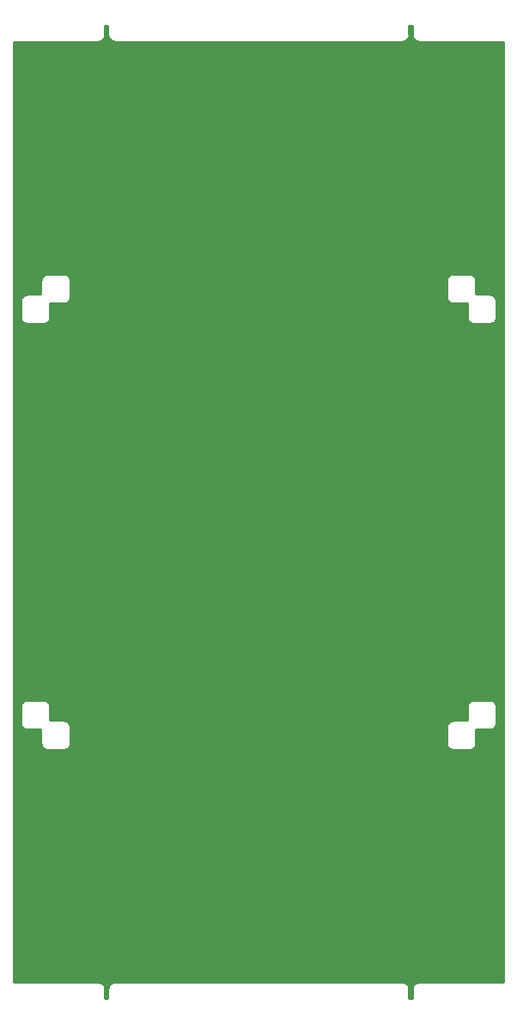
<source format=gbr>
%TF.GenerationSoftware,KiCad,Pcbnew,(5.1.6)-1*%
%TF.CreationDate,2020-10-07T20:36:40+01:00*%
%TF.ProjectId,nyantern,6e79616e-7465-4726-9e2e-6b696361645f,rev?*%
%TF.SameCoordinates,Original*%
%TF.FileFunction,Copper,L1,Top*%
%TF.FilePolarity,Positive*%
%FSLAX46Y46*%
G04 Gerber Fmt 4.6, Leading zero omitted, Abs format (unit mm)*
G04 Created by KiCad (PCBNEW (5.1.6)-1) date 2020-10-07 20:36:40*
%MOMM*%
%LPD*%
G01*
G04 APERTURE LIST*
%TA.AperFunction,NonConductor*%
%ADD10C,0.254000*%
%TD*%
G04 APERTURE END LIST*
D10*
G36*
X135140000Y-52967580D02*
G01*
X135136807Y-53000000D01*
X135149550Y-53129383D01*
X135187290Y-53253793D01*
X135248575Y-53368450D01*
X135331052Y-53468948D01*
X135431550Y-53551425D01*
X135546207Y-53612710D01*
X135670617Y-53650450D01*
X135800000Y-53663193D01*
X135832419Y-53660000D01*
X164167581Y-53660000D01*
X164200000Y-53663193D01*
X164232419Y-53660000D01*
X164329383Y-53650450D01*
X164453793Y-53612710D01*
X164568450Y-53551425D01*
X164668948Y-53468948D01*
X164751425Y-53368450D01*
X164812710Y-53253793D01*
X164850450Y-53129383D01*
X164863193Y-53000000D01*
X164860000Y-52967581D01*
X164860000Y-52060000D01*
X165140000Y-52060000D01*
X165140001Y-52967571D01*
X165136807Y-53000000D01*
X165149550Y-53129383D01*
X165187290Y-53253793D01*
X165248575Y-53368450D01*
X165331052Y-53468948D01*
X165431550Y-53551425D01*
X165546207Y-53612710D01*
X165670617Y-53650450D01*
X165767581Y-53660000D01*
X165800000Y-53663193D01*
X165832419Y-53660000D01*
X174140000Y-53660000D01*
X174140001Y-146340000D01*
X165832419Y-146340000D01*
X165800000Y-146336807D01*
X165767581Y-146340000D01*
X165670617Y-146349550D01*
X165546207Y-146387290D01*
X165431550Y-146448575D01*
X165331052Y-146531052D01*
X165248575Y-146631550D01*
X165187290Y-146746207D01*
X165149550Y-146870617D01*
X165136807Y-147000000D01*
X165140000Y-147032418D01*
X165140001Y-147940000D01*
X164860000Y-147940000D01*
X164860000Y-147032418D01*
X164863193Y-147000000D01*
X164850450Y-146870617D01*
X164812710Y-146746207D01*
X164751425Y-146631550D01*
X164668948Y-146531052D01*
X164568450Y-146448575D01*
X164453793Y-146387290D01*
X164329383Y-146349550D01*
X164232419Y-146340000D01*
X164200000Y-146336807D01*
X164167581Y-146340000D01*
X135832419Y-146340000D01*
X135800000Y-146336807D01*
X135767581Y-146340000D01*
X135670617Y-146349550D01*
X135546207Y-146387290D01*
X135431550Y-146448575D01*
X135331052Y-146531052D01*
X135248575Y-146631550D01*
X135187290Y-146746207D01*
X135149550Y-146870617D01*
X135136807Y-147000000D01*
X135140001Y-147032429D01*
X135140000Y-147940000D01*
X134860000Y-147940000D01*
X134860000Y-147032418D01*
X134863193Y-147000000D01*
X134850450Y-146870617D01*
X134812710Y-146746207D01*
X134751425Y-146631550D01*
X134668948Y-146531052D01*
X134568450Y-146448575D01*
X134453793Y-146387290D01*
X134329383Y-146349550D01*
X134232419Y-146340000D01*
X134200000Y-146336807D01*
X134167581Y-146340000D01*
X125860000Y-146340000D01*
X125860000Y-119200000D01*
X126536807Y-119200000D01*
X126540000Y-119232420D01*
X126540001Y-120767571D01*
X126536807Y-120800000D01*
X126549550Y-120929383D01*
X126587290Y-121053793D01*
X126648575Y-121168450D01*
X126731052Y-121268948D01*
X126831550Y-121351425D01*
X126946207Y-121412710D01*
X127070617Y-121450450D01*
X127167581Y-121460000D01*
X127200000Y-121463193D01*
X127232419Y-121460000D01*
X128540000Y-121460000D01*
X128540001Y-122767571D01*
X128536807Y-122800000D01*
X128549550Y-122929383D01*
X128587290Y-123053793D01*
X128648575Y-123168450D01*
X128731052Y-123268948D01*
X128831550Y-123351425D01*
X128946207Y-123412710D01*
X129070617Y-123450450D01*
X129167581Y-123460000D01*
X129200000Y-123463193D01*
X129232419Y-123460000D01*
X130767581Y-123460000D01*
X130800000Y-123463193D01*
X130832419Y-123460000D01*
X130929383Y-123450450D01*
X131053793Y-123412710D01*
X131168450Y-123351425D01*
X131268948Y-123268948D01*
X131351425Y-123168450D01*
X131412710Y-123053793D01*
X131450450Y-122929383D01*
X131463193Y-122800000D01*
X131460000Y-122767581D01*
X131460000Y-121232419D01*
X131463193Y-121200000D01*
X168536807Y-121200000D01*
X168540000Y-121232420D01*
X168540001Y-122767571D01*
X168536807Y-122800000D01*
X168549550Y-122929383D01*
X168587290Y-123053793D01*
X168648575Y-123168450D01*
X168731052Y-123268948D01*
X168831550Y-123351425D01*
X168946207Y-123412710D01*
X169070617Y-123450450D01*
X169167581Y-123460000D01*
X169200000Y-123463193D01*
X169232419Y-123460000D01*
X170767581Y-123460000D01*
X170800000Y-123463193D01*
X170832419Y-123460000D01*
X170929383Y-123450450D01*
X171053793Y-123412710D01*
X171168450Y-123351425D01*
X171268948Y-123268948D01*
X171351425Y-123168450D01*
X171412710Y-123053793D01*
X171450450Y-122929383D01*
X171463193Y-122800000D01*
X171460000Y-122767581D01*
X171460000Y-121460000D01*
X172767581Y-121460000D01*
X172800000Y-121463193D01*
X172832419Y-121460000D01*
X172929383Y-121450450D01*
X173053793Y-121412710D01*
X173168450Y-121351425D01*
X173268948Y-121268948D01*
X173351425Y-121168450D01*
X173412710Y-121053793D01*
X173450450Y-120929383D01*
X173463193Y-120800000D01*
X173460000Y-120767581D01*
X173460000Y-119232419D01*
X173463193Y-119200000D01*
X173450450Y-119070617D01*
X173412710Y-118946207D01*
X173351425Y-118831550D01*
X173268948Y-118731052D01*
X173168450Y-118648575D01*
X173053793Y-118587290D01*
X172929383Y-118549550D01*
X172832419Y-118540000D01*
X172800000Y-118536807D01*
X172767581Y-118540000D01*
X171232419Y-118540000D01*
X171200000Y-118536807D01*
X171167581Y-118540000D01*
X171070617Y-118549550D01*
X170946207Y-118587290D01*
X170831550Y-118648575D01*
X170731052Y-118731052D01*
X170648575Y-118831550D01*
X170587290Y-118946207D01*
X170549550Y-119070617D01*
X170536807Y-119200000D01*
X170540000Y-119232420D01*
X170540001Y-120540000D01*
X169232419Y-120540000D01*
X169200000Y-120536807D01*
X169167581Y-120540000D01*
X169070617Y-120549550D01*
X168946207Y-120587290D01*
X168831550Y-120648575D01*
X168731052Y-120731052D01*
X168648575Y-120831550D01*
X168587290Y-120946207D01*
X168549550Y-121070617D01*
X168536807Y-121200000D01*
X131463193Y-121200000D01*
X131450450Y-121070617D01*
X131412710Y-120946207D01*
X131351425Y-120831550D01*
X131268948Y-120731052D01*
X131168450Y-120648575D01*
X131053793Y-120587290D01*
X130929383Y-120549550D01*
X130832419Y-120540000D01*
X130800000Y-120536807D01*
X130767581Y-120540000D01*
X129460000Y-120540000D01*
X129460000Y-119232419D01*
X129463193Y-119200000D01*
X129450450Y-119070617D01*
X129412710Y-118946207D01*
X129351425Y-118831550D01*
X129268948Y-118731052D01*
X129168450Y-118648575D01*
X129053793Y-118587290D01*
X128929383Y-118549550D01*
X128832419Y-118540000D01*
X128800000Y-118536807D01*
X128767581Y-118540000D01*
X127232419Y-118540000D01*
X127200000Y-118536807D01*
X127167581Y-118540000D01*
X127070617Y-118549550D01*
X126946207Y-118587290D01*
X126831550Y-118648575D01*
X126731052Y-118731052D01*
X126648575Y-118831550D01*
X126587290Y-118946207D01*
X126549550Y-119070617D01*
X126536807Y-119200000D01*
X125860000Y-119200000D01*
X125860000Y-79200000D01*
X126536807Y-79200000D01*
X126540000Y-79232420D01*
X126540001Y-80767571D01*
X126536807Y-80800000D01*
X126549550Y-80929383D01*
X126587290Y-81053793D01*
X126648575Y-81168450D01*
X126731052Y-81268948D01*
X126831550Y-81351425D01*
X126946207Y-81412710D01*
X127070617Y-81450450D01*
X127167581Y-81460000D01*
X127200000Y-81463193D01*
X127232419Y-81460000D01*
X128767581Y-81460000D01*
X128800000Y-81463193D01*
X128832419Y-81460000D01*
X128929383Y-81450450D01*
X129053793Y-81412710D01*
X129168450Y-81351425D01*
X129268948Y-81268948D01*
X129351425Y-81168450D01*
X129412710Y-81053793D01*
X129450450Y-80929383D01*
X129463193Y-80800000D01*
X129460000Y-80767581D01*
X129460000Y-79460000D01*
X130767581Y-79460000D01*
X130800000Y-79463193D01*
X130832419Y-79460000D01*
X130929383Y-79450450D01*
X131053793Y-79412710D01*
X131168450Y-79351425D01*
X131268948Y-79268948D01*
X131351425Y-79168450D01*
X131412710Y-79053793D01*
X131450450Y-78929383D01*
X131463193Y-78800000D01*
X131460000Y-78767581D01*
X131460000Y-77232419D01*
X131463193Y-77200000D01*
X168536807Y-77200000D01*
X168540000Y-77232420D01*
X168540001Y-78767571D01*
X168536807Y-78800000D01*
X168549550Y-78929383D01*
X168587290Y-79053793D01*
X168648575Y-79168450D01*
X168731052Y-79268948D01*
X168831550Y-79351425D01*
X168946207Y-79412710D01*
X169070617Y-79450450D01*
X169167581Y-79460000D01*
X169200000Y-79463193D01*
X169232419Y-79460000D01*
X170540000Y-79460000D01*
X170540001Y-80767571D01*
X170536807Y-80800000D01*
X170549550Y-80929383D01*
X170587290Y-81053793D01*
X170648575Y-81168450D01*
X170731052Y-81268948D01*
X170831550Y-81351425D01*
X170946207Y-81412710D01*
X171070617Y-81450450D01*
X171167581Y-81460000D01*
X171200000Y-81463193D01*
X171232419Y-81460000D01*
X172767581Y-81460000D01*
X172800000Y-81463193D01*
X172832419Y-81460000D01*
X172929383Y-81450450D01*
X173053793Y-81412710D01*
X173168450Y-81351425D01*
X173268948Y-81268948D01*
X173351425Y-81168450D01*
X173412710Y-81053793D01*
X173450450Y-80929383D01*
X173463193Y-80800000D01*
X173460000Y-80767581D01*
X173460000Y-79232419D01*
X173463193Y-79200000D01*
X173450450Y-79070617D01*
X173412710Y-78946207D01*
X173351425Y-78831550D01*
X173268948Y-78731052D01*
X173168450Y-78648575D01*
X173053793Y-78587290D01*
X172929383Y-78549550D01*
X172832419Y-78540000D01*
X172800000Y-78536807D01*
X172767581Y-78540000D01*
X171460000Y-78540000D01*
X171460000Y-77232419D01*
X171463193Y-77200000D01*
X171450450Y-77070617D01*
X171412710Y-76946207D01*
X171351425Y-76831550D01*
X171268948Y-76731052D01*
X171168450Y-76648575D01*
X171053793Y-76587290D01*
X170929383Y-76549550D01*
X170832419Y-76540000D01*
X170800000Y-76536807D01*
X170767581Y-76540000D01*
X169232419Y-76540000D01*
X169200000Y-76536807D01*
X169167581Y-76540000D01*
X169070617Y-76549550D01*
X168946207Y-76587290D01*
X168831550Y-76648575D01*
X168731052Y-76731052D01*
X168648575Y-76831550D01*
X168587290Y-76946207D01*
X168549550Y-77070617D01*
X168536807Y-77200000D01*
X131463193Y-77200000D01*
X131450450Y-77070617D01*
X131412710Y-76946207D01*
X131351425Y-76831550D01*
X131268948Y-76731052D01*
X131168450Y-76648575D01*
X131053793Y-76587290D01*
X130929383Y-76549550D01*
X130832419Y-76540000D01*
X130800000Y-76536807D01*
X130767581Y-76540000D01*
X129232419Y-76540000D01*
X129200000Y-76536807D01*
X129167581Y-76540000D01*
X129070617Y-76549550D01*
X128946207Y-76587290D01*
X128831550Y-76648575D01*
X128731052Y-76731052D01*
X128648575Y-76831550D01*
X128587290Y-76946207D01*
X128549550Y-77070617D01*
X128536807Y-77200000D01*
X128540000Y-77232420D01*
X128540001Y-78540000D01*
X127232419Y-78540000D01*
X127200000Y-78536807D01*
X127167581Y-78540000D01*
X127070617Y-78549550D01*
X126946207Y-78587290D01*
X126831550Y-78648575D01*
X126731052Y-78731052D01*
X126648575Y-78831550D01*
X126587290Y-78946207D01*
X126549550Y-79070617D01*
X126536807Y-79200000D01*
X125860000Y-79200000D01*
X125860000Y-53660000D01*
X134167581Y-53660000D01*
X134200000Y-53663193D01*
X134232419Y-53660000D01*
X134329383Y-53650450D01*
X134453793Y-53612710D01*
X134568450Y-53551425D01*
X134668948Y-53468948D01*
X134751425Y-53368450D01*
X134812710Y-53253793D01*
X134850450Y-53129383D01*
X134863193Y-53000000D01*
X134860000Y-52967581D01*
X134860000Y-52060000D01*
X135140001Y-52060000D01*
X135140000Y-52967580D01*
G37*
X135140000Y-52967580D02*
X135136807Y-53000000D01*
X135149550Y-53129383D01*
X135187290Y-53253793D01*
X135248575Y-53368450D01*
X135331052Y-53468948D01*
X135431550Y-53551425D01*
X135546207Y-53612710D01*
X135670617Y-53650450D01*
X135800000Y-53663193D01*
X135832419Y-53660000D01*
X164167581Y-53660000D01*
X164200000Y-53663193D01*
X164232419Y-53660000D01*
X164329383Y-53650450D01*
X164453793Y-53612710D01*
X164568450Y-53551425D01*
X164668948Y-53468948D01*
X164751425Y-53368450D01*
X164812710Y-53253793D01*
X164850450Y-53129383D01*
X164863193Y-53000000D01*
X164860000Y-52967581D01*
X164860000Y-52060000D01*
X165140000Y-52060000D01*
X165140001Y-52967571D01*
X165136807Y-53000000D01*
X165149550Y-53129383D01*
X165187290Y-53253793D01*
X165248575Y-53368450D01*
X165331052Y-53468948D01*
X165431550Y-53551425D01*
X165546207Y-53612710D01*
X165670617Y-53650450D01*
X165767581Y-53660000D01*
X165800000Y-53663193D01*
X165832419Y-53660000D01*
X174140000Y-53660000D01*
X174140001Y-146340000D01*
X165832419Y-146340000D01*
X165800000Y-146336807D01*
X165767581Y-146340000D01*
X165670617Y-146349550D01*
X165546207Y-146387290D01*
X165431550Y-146448575D01*
X165331052Y-146531052D01*
X165248575Y-146631550D01*
X165187290Y-146746207D01*
X165149550Y-146870617D01*
X165136807Y-147000000D01*
X165140000Y-147032418D01*
X165140001Y-147940000D01*
X164860000Y-147940000D01*
X164860000Y-147032418D01*
X164863193Y-147000000D01*
X164850450Y-146870617D01*
X164812710Y-146746207D01*
X164751425Y-146631550D01*
X164668948Y-146531052D01*
X164568450Y-146448575D01*
X164453793Y-146387290D01*
X164329383Y-146349550D01*
X164232419Y-146340000D01*
X164200000Y-146336807D01*
X164167581Y-146340000D01*
X135832419Y-146340000D01*
X135800000Y-146336807D01*
X135767581Y-146340000D01*
X135670617Y-146349550D01*
X135546207Y-146387290D01*
X135431550Y-146448575D01*
X135331052Y-146531052D01*
X135248575Y-146631550D01*
X135187290Y-146746207D01*
X135149550Y-146870617D01*
X135136807Y-147000000D01*
X135140001Y-147032429D01*
X135140000Y-147940000D01*
X134860000Y-147940000D01*
X134860000Y-147032418D01*
X134863193Y-147000000D01*
X134850450Y-146870617D01*
X134812710Y-146746207D01*
X134751425Y-146631550D01*
X134668948Y-146531052D01*
X134568450Y-146448575D01*
X134453793Y-146387290D01*
X134329383Y-146349550D01*
X134232419Y-146340000D01*
X134200000Y-146336807D01*
X134167581Y-146340000D01*
X125860000Y-146340000D01*
X125860000Y-119200000D01*
X126536807Y-119200000D01*
X126540000Y-119232420D01*
X126540001Y-120767571D01*
X126536807Y-120800000D01*
X126549550Y-120929383D01*
X126587290Y-121053793D01*
X126648575Y-121168450D01*
X126731052Y-121268948D01*
X126831550Y-121351425D01*
X126946207Y-121412710D01*
X127070617Y-121450450D01*
X127167581Y-121460000D01*
X127200000Y-121463193D01*
X127232419Y-121460000D01*
X128540000Y-121460000D01*
X128540001Y-122767571D01*
X128536807Y-122800000D01*
X128549550Y-122929383D01*
X128587290Y-123053793D01*
X128648575Y-123168450D01*
X128731052Y-123268948D01*
X128831550Y-123351425D01*
X128946207Y-123412710D01*
X129070617Y-123450450D01*
X129167581Y-123460000D01*
X129200000Y-123463193D01*
X129232419Y-123460000D01*
X130767581Y-123460000D01*
X130800000Y-123463193D01*
X130832419Y-123460000D01*
X130929383Y-123450450D01*
X131053793Y-123412710D01*
X131168450Y-123351425D01*
X131268948Y-123268948D01*
X131351425Y-123168450D01*
X131412710Y-123053793D01*
X131450450Y-122929383D01*
X131463193Y-122800000D01*
X131460000Y-122767581D01*
X131460000Y-121232419D01*
X131463193Y-121200000D01*
X168536807Y-121200000D01*
X168540000Y-121232420D01*
X168540001Y-122767571D01*
X168536807Y-122800000D01*
X168549550Y-122929383D01*
X168587290Y-123053793D01*
X168648575Y-123168450D01*
X168731052Y-123268948D01*
X168831550Y-123351425D01*
X168946207Y-123412710D01*
X169070617Y-123450450D01*
X169167581Y-123460000D01*
X169200000Y-123463193D01*
X169232419Y-123460000D01*
X170767581Y-123460000D01*
X170800000Y-123463193D01*
X170832419Y-123460000D01*
X170929383Y-123450450D01*
X171053793Y-123412710D01*
X171168450Y-123351425D01*
X171268948Y-123268948D01*
X171351425Y-123168450D01*
X171412710Y-123053793D01*
X171450450Y-122929383D01*
X171463193Y-122800000D01*
X171460000Y-122767581D01*
X171460000Y-121460000D01*
X172767581Y-121460000D01*
X172800000Y-121463193D01*
X172832419Y-121460000D01*
X172929383Y-121450450D01*
X173053793Y-121412710D01*
X173168450Y-121351425D01*
X173268948Y-121268948D01*
X173351425Y-121168450D01*
X173412710Y-121053793D01*
X173450450Y-120929383D01*
X173463193Y-120800000D01*
X173460000Y-120767581D01*
X173460000Y-119232419D01*
X173463193Y-119200000D01*
X173450450Y-119070617D01*
X173412710Y-118946207D01*
X173351425Y-118831550D01*
X173268948Y-118731052D01*
X173168450Y-118648575D01*
X173053793Y-118587290D01*
X172929383Y-118549550D01*
X172832419Y-118540000D01*
X172800000Y-118536807D01*
X172767581Y-118540000D01*
X171232419Y-118540000D01*
X171200000Y-118536807D01*
X171167581Y-118540000D01*
X171070617Y-118549550D01*
X170946207Y-118587290D01*
X170831550Y-118648575D01*
X170731052Y-118731052D01*
X170648575Y-118831550D01*
X170587290Y-118946207D01*
X170549550Y-119070617D01*
X170536807Y-119200000D01*
X170540000Y-119232420D01*
X170540001Y-120540000D01*
X169232419Y-120540000D01*
X169200000Y-120536807D01*
X169167581Y-120540000D01*
X169070617Y-120549550D01*
X168946207Y-120587290D01*
X168831550Y-120648575D01*
X168731052Y-120731052D01*
X168648575Y-120831550D01*
X168587290Y-120946207D01*
X168549550Y-121070617D01*
X168536807Y-121200000D01*
X131463193Y-121200000D01*
X131450450Y-121070617D01*
X131412710Y-120946207D01*
X131351425Y-120831550D01*
X131268948Y-120731052D01*
X131168450Y-120648575D01*
X131053793Y-120587290D01*
X130929383Y-120549550D01*
X130832419Y-120540000D01*
X130800000Y-120536807D01*
X130767581Y-120540000D01*
X129460000Y-120540000D01*
X129460000Y-119232419D01*
X129463193Y-119200000D01*
X129450450Y-119070617D01*
X129412710Y-118946207D01*
X129351425Y-118831550D01*
X129268948Y-118731052D01*
X129168450Y-118648575D01*
X129053793Y-118587290D01*
X128929383Y-118549550D01*
X128832419Y-118540000D01*
X128800000Y-118536807D01*
X128767581Y-118540000D01*
X127232419Y-118540000D01*
X127200000Y-118536807D01*
X127167581Y-118540000D01*
X127070617Y-118549550D01*
X126946207Y-118587290D01*
X126831550Y-118648575D01*
X126731052Y-118731052D01*
X126648575Y-118831550D01*
X126587290Y-118946207D01*
X126549550Y-119070617D01*
X126536807Y-119200000D01*
X125860000Y-119200000D01*
X125860000Y-79200000D01*
X126536807Y-79200000D01*
X126540000Y-79232420D01*
X126540001Y-80767571D01*
X126536807Y-80800000D01*
X126549550Y-80929383D01*
X126587290Y-81053793D01*
X126648575Y-81168450D01*
X126731052Y-81268948D01*
X126831550Y-81351425D01*
X126946207Y-81412710D01*
X127070617Y-81450450D01*
X127167581Y-81460000D01*
X127200000Y-81463193D01*
X127232419Y-81460000D01*
X128767581Y-81460000D01*
X128800000Y-81463193D01*
X128832419Y-81460000D01*
X128929383Y-81450450D01*
X129053793Y-81412710D01*
X129168450Y-81351425D01*
X129268948Y-81268948D01*
X129351425Y-81168450D01*
X129412710Y-81053793D01*
X129450450Y-80929383D01*
X129463193Y-80800000D01*
X129460000Y-80767581D01*
X129460000Y-79460000D01*
X130767581Y-79460000D01*
X130800000Y-79463193D01*
X130832419Y-79460000D01*
X130929383Y-79450450D01*
X131053793Y-79412710D01*
X131168450Y-79351425D01*
X131268948Y-79268948D01*
X131351425Y-79168450D01*
X131412710Y-79053793D01*
X131450450Y-78929383D01*
X131463193Y-78800000D01*
X131460000Y-78767581D01*
X131460000Y-77232419D01*
X131463193Y-77200000D01*
X168536807Y-77200000D01*
X168540000Y-77232420D01*
X168540001Y-78767571D01*
X168536807Y-78800000D01*
X168549550Y-78929383D01*
X168587290Y-79053793D01*
X168648575Y-79168450D01*
X168731052Y-79268948D01*
X168831550Y-79351425D01*
X168946207Y-79412710D01*
X169070617Y-79450450D01*
X169167581Y-79460000D01*
X169200000Y-79463193D01*
X169232419Y-79460000D01*
X170540000Y-79460000D01*
X170540001Y-80767571D01*
X170536807Y-80800000D01*
X170549550Y-80929383D01*
X170587290Y-81053793D01*
X170648575Y-81168450D01*
X170731052Y-81268948D01*
X170831550Y-81351425D01*
X170946207Y-81412710D01*
X171070617Y-81450450D01*
X171167581Y-81460000D01*
X171200000Y-81463193D01*
X171232419Y-81460000D01*
X172767581Y-81460000D01*
X172800000Y-81463193D01*
X172832419Y-81460000D01*
X172929383Y-81450450D01*
X173053793Y-81412710D01*
X173168450Y-81351425D01*
X173268948Y-81268948D01*
X173351425Y-81168450D01*
X173412710Y-81053793D01*
X173450450Y-80929383D01*
X173463193Y-80800000D01*
X173460000Y-80767581D01*
X173460000Y-79232419D01*
X173463193Y-79200000D01*
X173450450Y-79070617D01*
X173412710Y-78946207D01*
X173351425Y-78831550D01*
X173268948Y-78731052D01*
X173168450Y-78648575D01*
X173053793Y-78587290D01*
X172929383Y-78549550D01*
X172832419Y-78540000D01*
X172800000Y-78536807D01*
X172767581Y-78540000D01*
X171460000Y-78540000D01*
X171460000Y-77232419D01*
X171463193Y-77200000D01*
X171450450Y-77070617D01*
X171412710Y-76946207D01*
X171351425Y-76831550D01*
X171268948Y-76731052D01*
X171168450Y-76648575D01*
X171053793Y-76587290D01*
X170929383Y-76549550D01*
X170832419Y-76540000D01*
X170800000Y-76536807D01*
X170767581Y-76540000D01*
X169232419Y-76540000D01*
X169200000Y-76536807D01*
X169167581Y-76540000D01*
X169070617Y-76549550D01*
X168946207Y-76587290D01*
X168831550Y-76648575D01*
X168731052Y-76731052D01*
X168648575Y-76831550D01*
X168587290Y-76946207D01*
X168549550Y-77070617D01*
X168536807Y-77200000D01*
X131463193Y-77200000D01*
X131450450Y-77070617D01*
X131412710Y-76946207D01*
X131351425Y-76831550D01*
X131268948Y-76731052D01*
X131168450Y-76648575D01*
X131053793Y-76587290D01*
X130929383Y-76549550D01*
X130832419Y-76540000D01*
X130800000Y-76536807D01*
X130767581Y-76540000D01*
X129232419Y-76540000D01*
X129200000Y-76536807D01*
X129167581Y-76540000D01*
X129070617Y-76549550D01*
X128946207Y-76587290D01*
X128831550Y-76648575D01*
X128731052Y-76731052D01*
X128648575Y-76831550D01*
X128587290Y-76946207D01*
X128549550Y-77070617D01*
X128536807Y-77200000D01*
X128540000Y-77232420D01*
X128540001Y-78540000D01*
X127232419Y-78540000D01*
X127200000Y-78536807D01*
X127167581Y-78540000D01*
X127070617Y-78549550D01*
X126946207Y-78587290D01*
X126831550Y-78648575D01*
X126731052Y-78731052D01*
X126648575Y-78831550D01*
X126587290Y-78946207D01*
X126549550Y-79070617D01*
X126536807Y-79200000D01*
X125860000Y-79200000D01*
X125860000Y-53660000D01*
X134167581Y-53660000D01*
X134200000Y-53663193D01*
X134232419Y-53660000D01*
X134329383Y-53650450D01*
X134453793Y-53612710D01*
X134568450Y-53551425D01*
X134668948Y-53468948D01*
X134751425Y-53368450D01*
X134812710Y-53253793D01*
X134850450Y-53129383D01*
X134863193Y-53000000D01*
X134860000Y-52967581D01*
X134860000Y-52060000D01*
X135140001Y-52060000D01*
X135140000Y-52967580D01*
M02*

</source>
